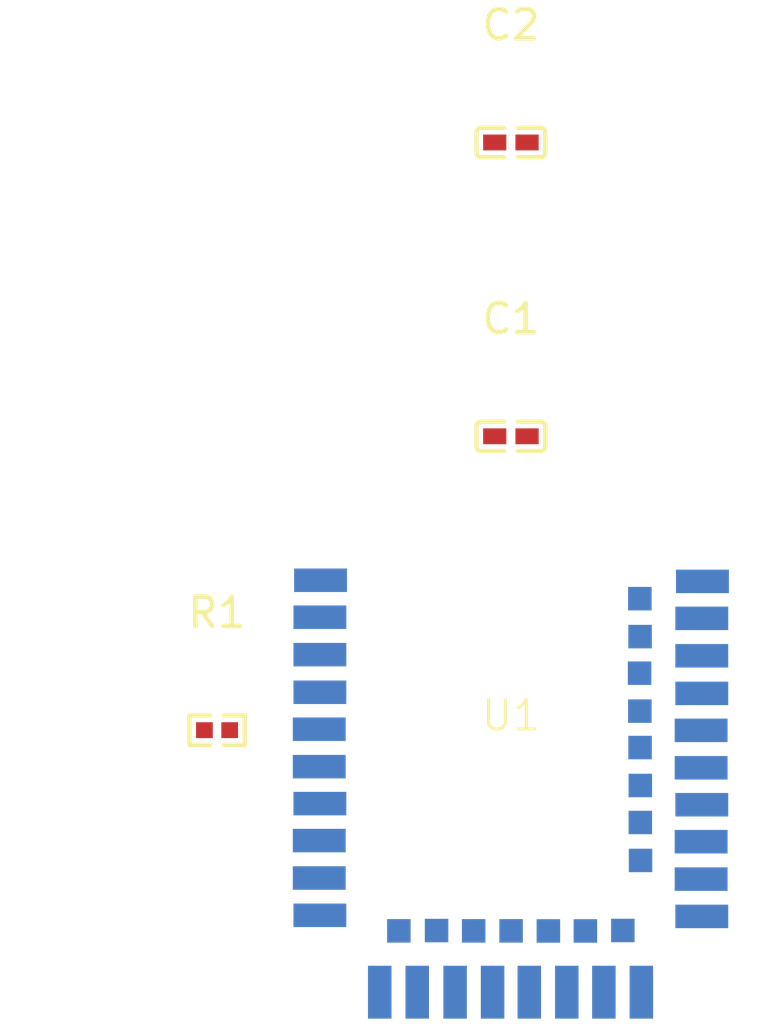
<source format=kicad_pcb>
(kicad_pcb (version 20241229) (generator "atopile") (generator_version "0.12.4")
  (layers (0 "F.Cu" signal) (31 "B.Cu" signal) (34 "B.Paste" user) (35 "F.Paste" user) (36 "B.SilkS" user "B.Silkscreen") (37 "F.SilkS" user "F.Silkscreen") (38 "B.Mask" user) (39 "F.Mask" user) (44 "Edge.Cuts" user))
  (net 0 "")
  (net 1 "P1_09")
  (net 2 "SCLK")
  (net 3 "AI3")
  (net 4 "TX")
  (net 5 "SWD_RESET")
  (net 6 "AI5")
  (net 7 "P1_06")
  (net 8 "gpio[1]-line")
  (net 9 "SWD_SWO")
  (net 10 "SCL")
  (net 11 "P1_04")
  (net 12 "power_vdh-VCC")
  (net 13 "USB_D_N")
  (net 14 "GND")
  (net 15 "RX")
  (net 16 "XL2")
  (net 17 "P1_17")
  (net 18 "AI0")
  (net 19 "SWD_DIO")
  (net 20 "power_vbs-VCC")
  (net 21 "AI7")
  (net 22 "NF2")
  (net 23 "USB_D_P")
  (net 24 "P1_15")
  (net 25 "AI4")
  (net 26 "P1_13")
  (net 27 "SDA")
  (net 28 "P0_13")
  (net 29 "P1_02")
  (net 30 "AI2")
  (net 31 "MISO")
  (net 32 "P1_12")
  (net 33 "MOSI")
  (net 34 "gpio[0]-line")
  (net 35 "NF1")
  (net 36 "gpio[2]-line")
  (net 37 "SWD_CLK")
  (net 38 "AI6")
  (net 39 "XL1")
  (net 40 "DCH")
  (footprint "UNI_ROYAL_0402WGF1002TCE:R0402" (layer "F.Cu") (at 0 0 0)
    (property "Reference" "R1" (at 0 -4 0) (layer "F.SilkS") (hide no))
    (property "Value" "10kΩ ±1% 62.5mW")
    (fp_line (start -0.23 0.5) (end -0.94 0.5) (stroke (width 0.15)) (layer "F.SilkS"))
    (fp_line (start -0.94 0.5) (end -0.94 -0.5) (stroke (width 0.15)) (layer "F.SilkS"))
    (fp_line (start -0.94 -0.5) (end -0.23 -0.5) (stroke (width 0.15)) (layer "F.SilkS"))
    (fp_line (start 0.23 0.5) (end 0.94 0.5) (stroke (width 0.15)) (layer "F.SilkS"))
    (fp_line (start 0.94 0.5) (end 0.94 -0.5) (stroke (width 0.15)) (layer "F.SilkS"))
    (fp_line (start 0.94 -0.5) (end 0.23 -0.5) (stroke (width 0.15)) (layer "F.SilkS"))
    (fp_text user "${REFERENCE}" (at 0 -4 0) (layer "F.SilkS"))
    (pad "2" smd rect (at 0.43 0 0) (size 0.57 0.54) (layers "F.Cu" "F.Paste" "F.Mask") (net 5 "SWD_RESET"))
    (pad "1" smd rect (at -0.43 0 0) (size 0.57 0.54) (layers "F.Cu" "F.Paste" "F.Mask") (net 12 "power_vdh-VCC"))
  )
  (footprint "E73-2G4M08S1CX:E73-2G4M08S1CX" (layer "F.Cu") (at 10 0 0)
    (property "Reference" "U1" (at 0 -0.5 0) (layer "F.SilkS") (hide no) (effects (font (thickness 0.1))))
    (property "Value" "")
    (pad "1" smd rect (at -6.477699 -5.101014 0) (size 1.8 0.8) (layers "*.Mask" "B.Cu") (net 34 "gpio[0]-line"))
    (pad "2" smd rect (at -6.5 -3.842978 0) (size 1.8 0.8) (layers "*.Mask" "B.Cu") (net 8 "gpio[1]-line"))
    (pad "3" smd rect (at -6.5 -2.569058 0) (size 1.8 0.8) (layers "*.Mask" "B.Cu") (net 36 "gpio[2]-line"))
    (pad "4" smd rect (at -6.5 -1.289483 0) (size 1.8 0.8) (layers "*.Mask" "B.Cu") (net 25 "AI4"))
    (pad "5" smd rect (at -6.522301 -0.031447 0) (size 1.8 0.8) (layers "*.Mask" "B.Cu") (net 14 "GND"))
    (pad "6" smd rect (at -6.522301 1.242473 0) (size 1.8 0.8) (layers "*.Mask" "B.Cu") (net 26 "P1_13"))
    (pad "7" smd rect (at -6.5 2.5 0) (size 1.8 0.8) (layers "*.Mask" "B.Cu") (net 18 "AI0"))
    (pad "8" smd rect (at -6.522301 3.758036 0) (size 1.8 0.8) (layers "*.Mask" "B.Cu") (net 6 "AI5"))
    (pad "9" smd rect (at -6.522301 5.031956 0) (size 1.8 0.8) (layers "*.Mask" "B.Cu") (net 21 "AI7"))
    (pad "10" smd rect (at -6.5 6.300786 0) (size 1.8 0.8) (layers "*.Mask" "B.Cu") (net 38 "AI6"))
    (pad "11" smd rect (at -4.462544 8.916607 0) (size 0.8 1.8) (layers "*.Mask" "B.Cu") (net 39 "XL1"))
    (pad "12" smd rect (at -3.812719 6.830205 0) (size 0.8 0.8) (layers "*.Mask" "B.Cu") (net 10 "SCL"))
    (pad "13" smd rect (at -3.186925 8.916607 0) (size 0.8 1.8) (layers "*.Mask" "B.Cu") (net 16 "XL2"))
    (pad "14" smd rect (at -2.529435 6.820179 0) (size 0.8 0.8) (layers "*.Mask" "B.Cu") (net 27 "SDA"))
    (pad "15" smd rect (at -1.897878 8.916607 0) (size 0.8 1.8) (layers "*.Mask" "B.Cu") (net 3 "AI3"))
    (pad "16" smd rect (at -1.266202 6.830205 0) (size 0.8 0.8) (layers "*.Mask" "B.Cu") (net 15 "RX"))
    (pad "17" smd rect (at -0.622259 8.916607 0) (size 0.8 1.8) (layers "*.Mask" "B.Cu") (net 1 "P1_09"))
    (pad "18" smd rect (at 0.007055 6.830205 0) (size 0.8 0.8) (layers "*.Mask" "B.Cu") (net 30 "AI2"))
    (pad "19" smd rect (at 0.626505 8.916607 0) (size 0.8 1.8) (layers "*.Mask" "B.Cu") (net 12 "power_vdh-VCC"))
    (pad "20" smd rect (at 1.275635 6.833645 0) (size 0.8 0.8) (layers "*.Mask" "B.Cu") (net 32 "P1_12"))
    (pad "21" smd rect (at 1.902124 8.916607 0) (size 0.8 1.8) (layers "*.Mask" "B.Cu") (net 14 "GND"))
    (pad "22" smd rect (at 2.535179 6.833645 0) (size 0.8 0.8) (layers "*.Mask" "B.Cu") (net 4 "TX"))
    (pad "23" smd rect (at 3.164316 8.916607 0) (size 0.8 1.8) (layers "*.Mask" "B.Cu") (net 12 "power_vdh-VCC"))
    (pad "24" smd rect (at 3.810567 6.817801 0) (size 0.8 0.8) (layers "*.Mask" "B.Cu") (net 14 "GND"))
    (pad "25" smd rect (at 4.439935 8.916607 0) (size 0.8 1.8) (layers "*.Mask" "B.Cu") (net 40 "DCH"))
    (pad "26" smd rect (at 6.497224 6.338504 0) (size 1.8 0.8) (layers "*.Mask" "B.Cu") (net 5 "SWD_RESET"))
    (pad "27" smd rect (at 6.474923 5.069674 0) (size 1.8 0.8) (layers "*.Mask" "B.Cu") (net 20 "power_vbs-VCC"))
    (pad "28" smd rect (at 4.412614 4.43338 0) (size 0.8 0.8) (layers "*.Mask" "B.Cu") (net 24 "P1_15"))
    (pad "29" smd rect (at 6.474923 3.795754 0) (size 1.8 0.8) (layers "*.Mask" "B.Cu") (net 13 "USB_D_N"))
    (pad "30" smd rect (at 4.404692 3.142149 0) (size 0.8 0.8) (layers "*.Mask" "B.Cu") (net 17 "P1_17"))
    (pad "31" smd rect (at 6.497224 2.537718 0) (size 1.8 0.8) (layers "*.Mask" "B.Cu") (net 23 "USB_D_P"))
    (pad "32" smd rect (at 4.404692 1.882604 0) (size 0.8 0.8) (layers "*.Mask" "B.Cu") (net 33 "MOSI"))
    (pad "33" smd rect (at 6.474923 1.280191 0) (size 1.8 0.8) (layers "*.Mask" "B.Cu") (net 28 "P0_13"))
    (pad "34" smd rect (at 4.39677 0.591373 0) (size 0.8 0.8) (layers "*.Mask" "B.Cu") (net 2 "SCLK"))
    (pad "35" smd rect (at 6.474923 0.006271 0) (size 1.8 0.8) (layers "*.Mask" "B.Cu") (net 31 "MISO"))
    (pad "36" smd rect (at 4.388828 -0.647577 0) (size 0.8 0.8) (layers "*.Mask" "B.Cu") (net 9 "SWD_SWO"))
    (pad "37" smd rect (at 6.497224 -1.251765 0) (size 1.8 0.8) (layers "*.Mask" "B.Cu") (net 19 "SWD_DIO"))
    (pad "38" smd rect (at 4.380906 -1.938808 0) (size 0.8 0.8) (layers "*.Mask" "B.Cu") (net 29 "P1_02"))
    (pad "39" smd rect (at 6.497224 -2.53134 0) (size 1.8 0.8) (layers "*.Mask" "B.Cu") (net 37 "SWD_CLK"))
    (pad "40" smd rect (at 4.396679 -3.183632 0) (size 0.8 0.8) (layers "*.Mask" "B.Cu") (net 11 "P1_04"))
    (pad "41" smd rect (at 6.497224 -3.80526 0) (size 1.8 0.8) (layers "*.Mask" "B.Cu") (net 35 "NF1"))
    (pad "42" smd rect (at 4.388757 -4.474863 0) (size 0.8 0.8) (layers "*.Mask" "B.Cu") (net 7 "P1_06"))
    (pad "43" smd rect (at 6.519525 -5.063296 0) (size 1.8 0.8) (layers "*.Mask" "B.Cu") (net 22 "NF2"))
  )
  (footprint "FOJAN_FCC0402B104K160AT:C0402" (layer "F.Cu") (at 10 -10 0)
    (property "Reference" "C1" (at 0 -4 0) (layer "F.SilkS") (hide no))
    (property "Value" "100nF ±10% 16V X7R")
    (fp_line (start 1.02 -0.5) (end 0.23 -0.5) (stroke (width 0.15)) (layer "F.SilkS"))
    (fp_line (start 0.23 0.5) (end 1.02 0.5) (stroke (width 0.15)) (layer "F.SilkS"))
    (fp_line (start 1.17 0.35) (end 1.17 -0.35) (stroke (width 0.15)) (layer "F.SilkS"))
    (fp_line (start -1.02 -0.5) (end -0.23 -0.5) (stroke (width 0.15)) (layer "F.SilkS"))
    (fp_line (start -0.23 0.5) (end -1.02 0.5) (stroke (width 0.15)) (layer "F.SilkS"))
    (fp_line (start -1.17 0.35) (end -1.17 -0.35) (stroke (width 0.15)) (layer "F.SilkS"))
    (fp_arc (start 1.17 0.35) (mid 1.1260660171779822 0.456066017177982) (end 1.02 0.4999999999999999) (stroke (width 0.15)) (layer "F.SilkS"))
    (fp_arc (start 1.02 -0.5) (mid 1.1260660171779822 -0.4560660171779821) (end 1.17 -0.35) (stroke (width 0.15)) (layer "F.SilkS"))
    (fp_arc (start -1.17 0.35) (mid -1.1260660171779822 0.456066017177982) (end -1.02 0.4999999999999999) (stroke (width 0.15)) (layer "F.SilkS"))
    (fp_arc (start -1.02 -0.5) (mid -1.1260660171779822 -0.4560660171779821) (end -1.17 -0.35) (stroke (width 0.15)) (layer "F.SilkS"))
    (fp_text user "${REFERENCE}" (at 0 -4 0) (layer "F.SilkS"))
    (pad "2" smd rect (at 0.55 0 0) (size 0.79 0.54) (layers "F.Cu" "F.Paste" "F.Mask") (net 14 "GND"))
    (pad "1" smd rect (at -0.55 0 0) (size 0.79 0.54) (layers "F.Cu" "F.Paste" "F.Mask") (net 12 "power_vdh-VCC"))
  )
  (footprint "FOJAN_FCC0402B104K160AT:C0402" (layer "F.Cu") (at 10 -20 0)
    (property "Reference" "C2" (at 0 -4 0) (layer "F.SilkS") (hide no))
    (property "Value" "100nF ±10% 16V X7R")
    (fp_line (start 1.02 -0.5) (end 0.23 -0.5) (stroke (width 0.15)) (layer "F.SilkS"))
    (fp_line (start 0.23 0.5) (end 1.02 0.5) (stroke (width 0.15)) (layer "F.SilkS"))
    (fp_line (start 1.17 0.35) (end 1.17 -0.35) (stroke (width 0.15)) (layer "F.SilkS"))
    (fp_line (start -1.02 -0.5) (end -0.23 -0.5) (stroke (width 0.15)) (layer "F.SilkS"))
    (fp_line (start -0.23 0.5) (end -1.02 0.5) (stroke (width 0.15)) (layer "F.SilkS"))
    (fp_line (start -1.17 0.35) (end -1.17 -0.35) (stroke (width 0.15)) (layer "F.SilkS"))
    (fp_arc (start 1.17 0.35) (mid 1.1260660171779822 0.456066017177982) (end 1.02 0.4999999999999999) (stroke (width 0.15)) (layer "F.SilkS"))
    (fp_arc (start 1.02 -0.5) (mid 1.1260660171779822 -0.4560660171779821) (end 1.17 -0.35) (stroke (width 0.15)) (layer "F.SilkS"))
    (fp_arc (start -1.17 0.35) (mid -1.1260660171779822 0.456066017177982) (end -1.02 0.4999999999999999) (stroke (width 0.15)) (layer "F.SilkS"))
    (fp_arc (start -1.02 -0.5) (mid -1.1260660171779822 -0.4560660171779821) (end -1.17 -0.35) (stroke (width 0.15)) (layer "F.SilkS"))
    (fp_text user "${REFERENCE}" (at 0 -4 0) (layer "F.SilkS"))
    (pad "2" smd rect (at 0.55 0 0) (size 0.79 0.54) (layers "F.Cu" "F.Paste" "F.Mask") (net 14 "GND"))
    (pad "1" smd rect (at -0.55 0 0) (size 0.79 0.54) (layers "F.Cu" "F.Paste" "F.Mask") (net 12 "power_vdh-VCC"))
  )
)
</source>
